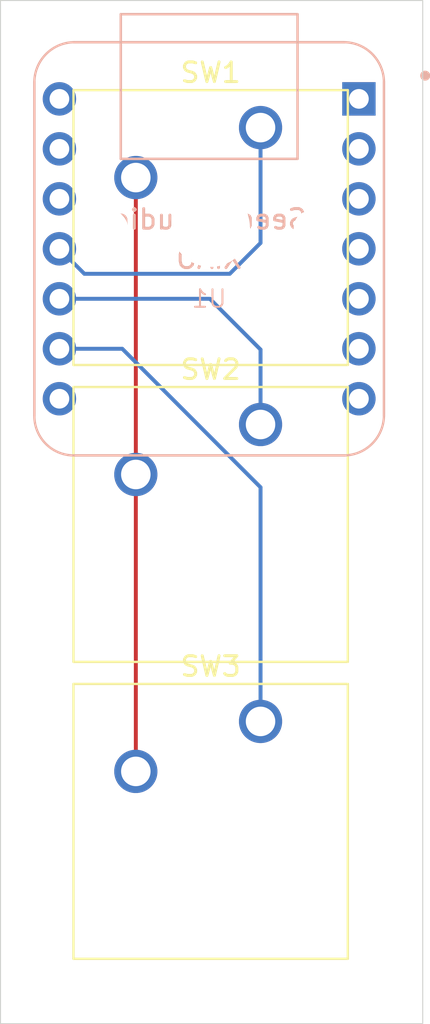
<source format=kicad_pcb>
(kicad_pcb (version 20240108) (generator "pcbnew") (generator_version "8.0")
  (layers (0 "F.Cu" signal) (31 "B.Cu" signal) (34 "B.Paste" user) (35 "F.Paste" user) (36 "B.SilkS" user "B.Silkscreen") (37 "F.SilkS" user "F.Silkscreen") (38 "B.Mask" user) (39 "F.Mask" user) (44 "Edge.Cuts" user))
  (net 0 "")
  (net 1 "GND")
  (net 2 "Net-(U1-PA6_A10_D10_MOSI)")
  (net 3 "Net-(U1-PA5_A9_D9_MISO)")
  (net 4 "Net-(U1-PA7_A8_D8_SCK)")
  (footprint "Button_Switch_Keyboard:SW_Cherry_MX_1.00u_PCB" (layer "F.Cu") (at 158.741 92.64)
    (property "Reference" "SW3" (at -2.54 -2.794 0) (layer "F.SilkS"))
    (property "Value" "SW_Push")
    (fp_line (start -9.525 -1.905) (end 4.445 -1.905) (stroke (width 0.12)) (layer "F.SilkS"))
    (fp_line (start -9.525 12.065) (end -9.525 -1.905) (stroke (width 0.12)) (layer "F.SilkS"))
    (fp_line (start 4.445 -1.905) (end 4.445 12.065) (stroke (width 0.12)) (layer "F.SilkS"))
    (fp_line (start 4.445 12.065) (end -9.525 12.065) (stroke (width 0.12)) (layer "F.SilkS"))
    (pad "" np_thru_hole circle (at -7.62 5.08) (size 1.7 1.7) (drill 1.7) (layers "*.Cu" "*.Mask"))
    (pad "" np_thru_hole circle (at -2.54 5.08) (size 4 4) (drill 4) (layers "*.Cu" "*.Mask"))
    (pad "" np_thru_hole circle (at 2.54 5.08) (size 1.7 1.7) (drill 1.7) (layers "*.Cu" "*.Mask"))
    (pad "1" thru_hole circle (at 0 0) (size 2.2 2.2) (drill 1.5) (layers "*.Cu" "*.Mask") (net 4 "Net-(U1-PA7_A8_D8_SCK)"))
    (pad "2" thru_hole circle (at -6.35 2.54) (size 2.2 2.2) (drill 1.5) (layers "*.Cu" "*.Mask") (net 1 "GND"))
  )
  (footprint "Button_Switch_Keyboard:SW_Cherry_MX_1.00u_PCB" (layer "F.Cu") (at 158.741 77.55)
    (property "Reference" "SW2" (at -2.54 -2.794 0) (layer "F.SilkS"))
    (property "Value" "SW_Push")
    (fp_line (start -9.525 -1.905) (end 4.445 -1.905) (stroke (width 0.12)) (layer "F.SilkS"))
    (fp_line (start -9.525 12.065) (end -9.525 -1.905) (stroke (width 0.12)) (layer "F.SilkS"))
    (fp_line (start 4.445 -1.905) (end 4.445 12.065) (stroke (width 0.12)) (layer "F.SilkS"))
    (fp_line (start 4.445 12.065) (end -9.525 12.065) (stroke (width 0.12)) (layer "F.SilkS"))
    (pad "" np_thru_hole circle (at -7.62 5.08) (size 1.7 1.7) (drill 1.7) (layers "*.Cu" "*.Mask"))
    (pad "" np_thru_hole circle (at -2.54 5.08) (size 4 4) (drill 4) (layers "*.Cu" "*.Mask"))
    (pad "" np_thru_hole circle (at 2.54 5.08) (size 1.7 1.7) (drill 1.7) (layers "*.Cu" "*.Mask"))
    (pad "1" thru_hole circle (at 0 0) (size 2.2 2.2) (drill 1.5) (layers "*.Cu" "*.Mask") (net 3 "Net-(U1-PA5_A9_D9_MISO)"))
    (pad "2" thru_hole circle (at -6.35 2.54) (size 2.2 2.2) (drill 1.5) (layers "*.Cu" "*.Mask") (net 1 "GND"))
  )
  (footprint "Button_Switch_Keyboard:SW_Cherry_MX_1.00u_PCB" (layer "F.Cu") (at 158.741 62.46)
    (property "Reference" "SW1" (at -2.54 -2.794 0) (layer "F.SilkS"))
    (property "Value" "SW_Push")
    (fp_line (start -9.525 -1.905) (end 4.445 -1.905) (stroke (width 0.12)) (layer "F.SilkS"))
    (fp_line (start -9.525 12.065) (end -9.525 -1.905) (stroke (width 0.12)) (layer "F.SilkS"))
    (fp_line (start 4.445 -1.905) (end 4.445 12.065) (stroke (width 0.12)) (layer "F.SilkS"))
    (fp_line (start 4.445 12.065) (end -9.525 12.065) (stroke (width 0.12)) (layer "F.SilkS"))
    (pad "" np_thru_hole circle (at -7.62 5.08) (size 1.7 1.7) (drill 1.7) (layers "*.Cu" "*.Mask"))
    (pad "" np_thru_hole circle (at -2.54 5.08) (size 4 4) (drill 4) (layers "*.Cu" "*.Mask"))
    (pad "" np_thru_hole circle (at 2.54 5.08) (size 1.7 1.7) (drill 1.7) (layers "*.Cu" "*.Mask"))
    (pad "1" thru_hole circle (at 0 0) (size 2.2 2.2) (drill 1.5) (layers "*.Cu" "*.Mask") (net 2 "Net-(U1-PA6_A10_D10_MOSI)"))
    (pad "2" thru_hole circle (at -6.35 2.54) (size 2.2 2.2) (drill 1.5) (layers "*.Cu" "*.Mask") (net 1 "GND"))
  )
  (footprint "Seeed Studio XIAO Series Library:XIAO-Generic-Thruhole-14P-2.54-21X17.8MM" (layer "B.Cu") (at 156.125 68.62 180)
    (property "Reference" "U1" (at 0 -2.54 0) (layer "B.SilkS") (effects (font (size 0.889 0.889) (thickness 0.1016)) (justify mirror)))
    (property "Value" "Seeed Studio XIAO SAMD21" (hide yes))
    (fp_line (start 8.9 8.5) (end 8.9 -8.5) (stroke (width 0.127)) (layer "B.SilkS"))
    (fp_line (start 6.9 -10.5) (end -6.9 -10.5) (stroke (width 0.127)) (layer "B.SilkS"))
    (fp_line (start 4.5 11.92403) (end -4.5 11.92403) (stroke (width 0.127)) (layer "B.SilkS"))
    (fp_line (start 4.5 4.57073) (end 4.5 11.92403) (stroke (width 0.127)) (layer "B.SilkS"))
    (fp_line (start -4.5 11.92403) (end -4.5 4.57073) (stroke (width 0.127)) (layer "B.SilkS"))
    (fp_line (start -4.5 4.57073) (end 4.5 4.57073) (stroke (width 0.127)) (layer "B.SilkS"))
    (fp_line (start -6.9 10.49909) (end 6.9 10.49909) (stroke (width 0.127)) (layer "B.SilkS"))
    (fp_line (start -8.9 -8.5) (end -8.9 8.5) (stroke (width 0.127)) (layer "B.SilkS"))
    (fp_arc (start 8.9 8.5) (mid 8.301492 9.901492) (end 6.9 10.5) (stroke (width 0.12)) (layer "B.SilkS"))
    (fp_arc (start 6.9 -10.5) (mid 8.314214 -9.914214) (end 8.9 -8.5) (stroke (width 0.12)) (layer "B.SilkS"))
    (fp_arc (start -6.9 10.5) (mid -8.301491 9.901491) (end -8.9 8.5) (stroke (width 0.12)) (layer "B.SilkS"))
    (fp_arc (start -8.9 -8.5) (mid -8.301423 -9.901423) (end -6.9 -10.5) (stroke (width 0.12)) (layer "B.SilkS"))
    (fp_circle (center -11 8.8) (end -11 9.054) (fill solid) (layer "B.SilkS"))
    (fp_poly (pts (xy -8.887715 8.561705) (xy -8.884667 8.610473) (xy -8.880603 8.659494)) (stroke (width 0.0254)) (fill none) (layer "B.SilkS"))
    (fp_poly (pts (xy 8.889492 -8.521574) (xy 8.887713 -8.57085) (xy 8.884665 -8.619618) (xy 8.880601 -8.668639) (xy 8.875268 -8.717407) (xy 8.868664 -8.766175) (xy 8.861044 -8.81469) (xy 8.852153 -8.86295) (xy 8.842248 -8.910955)) (stroke (width 0.0254)) (fill none) (layer "B.SilkS"))
    (fp_text user "Seeed Studio" (at 0 1.5 0) (layer "B.SilkS") (effects (justify mirror)))
    (fp_text user "XIAO" (at 0 -0.5 0) (layer "B.SilkS") (effects (justify mirror)))
    (pad "1" thru_hole rect (at -7.625 7.62 180) (size 1.7 1.7) (drill 1) (layers "*.Cu" "*.Mask"))
    (pad "2" thru_hole circle (at -7.625 5.08 180) (size 1.7 1.7) (drill 1) (layers "*.Cu" "*.Mask"))
    (pad "3" thru_hole circle (at -7.625 2.54 180) (size 1.7 1.7) (drill 1) (layers "*.Cu" "*.Mask"))
    (pad "4" thru_hole circle (at -7.625 0 180) (size 1.7 1.7) (drill 1) (layers "*.Cu" "*.Mask"))
    (pad "5" thru_hole circle (at -7.625 -2.54 180) (size 1.7 1.7) (drill 1) (layers "*.Cu" "*.Mask"))
    (pad "6" thru_hole circle (at -7.625 -5.08) (size 1.7 1.7) (drill 1) (layers "*.Cu" "*.Mask"))
    (pad "7" thru_hole circle (at -7.625 -7.62 180) (size 1.7 1.7) (drill 1) (layers "*.Cu" "*.Mask"))
    (pad "8" thru_hole circle (at 7.625 -7.62 180) (size 1.7 1.7) (drill 1) (layers "*.Cu" "*.Mask"))
    (pad "9" thru_hole circle (at 7.625 -5.08 180) (size 1.7 1.7) (drill 1) (layers "*.Cu" "*.Mask") (net 4 "Net-(U1-PA7_A8_D8_SCK)"))
    (pad "10" thru_hole circle (at 7.625 -2.54 180) (size 1.7 1.7) (drill 1) (layers "*.Cu" "*.Mask") (net 3 "Net-(U1-PA5_A9_D9_MISO)"))
    (pad "11" thru_hole circle (at 7.625 0 180) (size 1.7 1.7) (drill 1) (layers "*.Cu" "*.Mask") (net 2 "Net-(U1-PA6_A10_D10_MOSI)"))
    (pad "12" thru_hole circle (at 7.625 2.54 180) (size 1.7 1.7) (drill 1) (layers "*.Cu" "*.Mask"))
    (pad "13" thru_hole circle (at 7.625 5.08 180) (size 1.7 1.7) (drill 1) (layers "*.Cu" "*.Mask") (net 1 "GND"))
    (pad "14" thru_hole circle (at 7.625 7.62 180) (size 1.7 1.7) (drill 1) (layers "*.Cu" "*.Mask"))
  )
  (gr_rect (start 145.5 56) (end 167 108) (stroke (width 0.05)) (fill none) (layer "Edge.Cuts"))
  (segment (start 152.391 65) (end 152.391 95.18) (width 0.2) (layer "F.Cu") (net 1))
  (segment (start 158.741 68.323402) (end 157.174402 69.89) (width 0.2) (layer "B.Cu") (net 2))
  (segment (start 149.77 69.89) (end 148.5 68.62) (width 0.2) (layer "B.Cu") (net 2))
  (segment (start 157.174402 69.89) (end 149.77 69.89) (width 0.2) (layer "B.Cu") (net 2))
  (segment (start 158.741 62.46) (end 158.741 68.323402) (width 0.2) (layer "B.Cu") (net 2))
  (segment (start 148.5 71.16) (end 156.16 71.16) (width 0.2) (layer "B.Cu") (net 3))
  (segment (start 156.16 71.16) (end 158.741 73.741) (width 0.2) (layer "B.Cu") (net 3))
  (segment (start 158.741 73.741) (end 158.741 77.55) (width 0.2) (layer "B.Cu") (net 3))
  (segment (start 148.5 73.7) (end 151.7 73.7) (width 0.2) (layer "B.Cu") (net 4))
  (segment (start 158.741 80.741) (end 158.741 92.64) (width 0.2) (layer "B.Cu") (net 4))
  (segment (start 151.7 73.7) (end 158.741 80.741) (width 0.2) (layer "B.Cu") (net 4))
)
</source>
